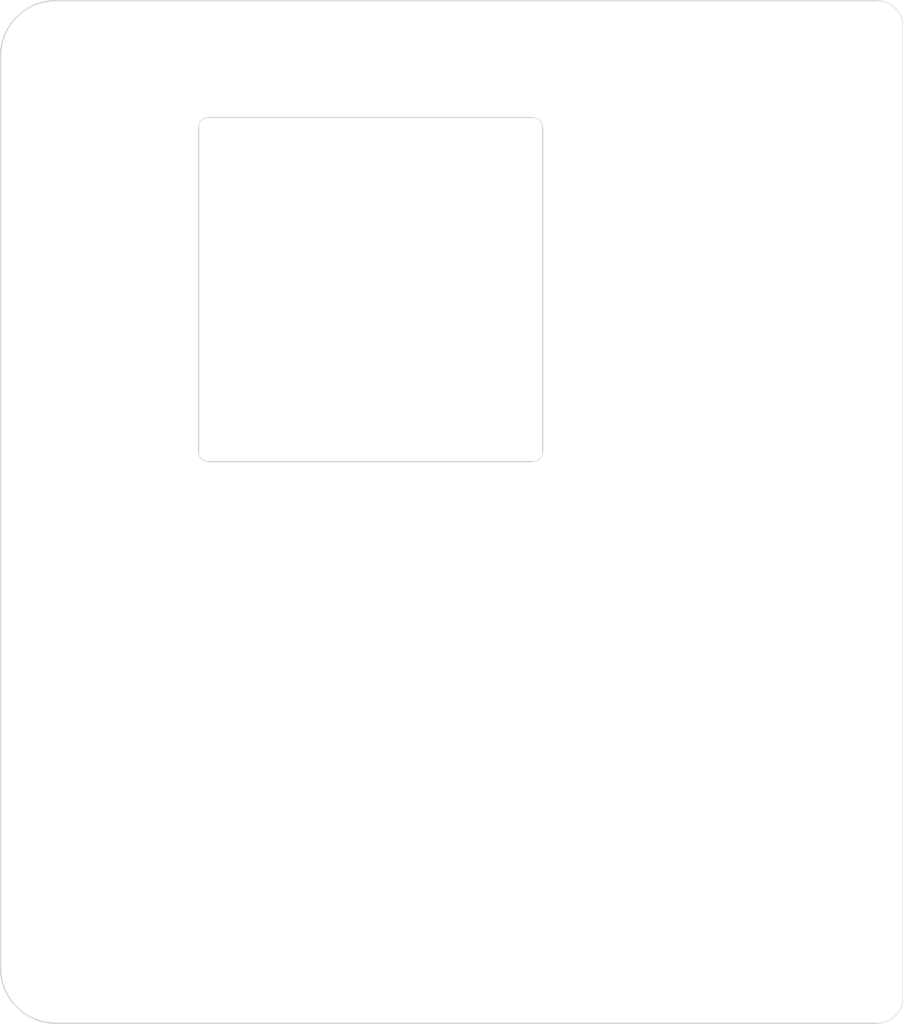
<source format=kicad_pcb>
(kicad_pcb (version 20211014) (generator pcbnew)
  (layers (0 "F.Cu" signal) (31 "B.Cu" signal) (34 "B.Paste" user) (35 "F.Paste" user) (36 "B.SilkS" user "B.Silkscreen") (37 "F.SilkS" user "F.Silkscreen") (38 "B.Mask" user) (39 "F.Mask" user) (44 "Edge.Cuts" user))
  (net 0 "")
  (footprint "MountingHole:MountingHole_3.2mm_M3" (layer "F.Cu") (at 101.981 103.505)
    (fp_text reference "H1" hide)
    (fp_text value "MountingHole" hide)
    (pad "" np_thru_hole circle (at 0 0) (size 9.2 9.2) (drill 9.2) (layers F&B.Cu *.Mask))
  )
  (footprint "MountingHole:MountingHole_3.2mm_M3" (layer "F.Cu") (at 117.983 103.505)
    (fp_text reference "H1" hide)
    (fp_text value "MountingHole" hide)
    (pad "" np_thru_hole circle (at 0 0) (size 9.2 9.2) (drill 9.2) (layers F&B.Cu *.Mask))
  )
  (footprint "MountingHole:MountingHole_3.2mm_M3" (layer "F.Cu") (at 109.601 122.301)
    (fp_text reference "H1" hide)
    (fp_text value "MountingHole" hide)
    (pad "" np_thru_hole circle (at 0 0) (size 9.2 9.2) (drill 9.2) (layers F&B.Cu *.Mask))
  )
  (footprint "MountingHole:MountingHole_3.2mm_M3" (layer "F.Cu") (at 125.603 122.301)
    (fp_text reference "H1" hide)
    (fp_text value "MountingHole" hide)
    (pad "" np_thru_hole circle (at 0 0) (size 9.2 9.2) (drill 9.2) (layers F&B.Cu *.Mask))
  )
  (footprint "MountingHole:MountingHole_3.2mm_M3" (layer "F.Cu") (at 69.977 103.505)
    (fp_text reference "H1" hide)
    (fp_text value "MountingHole" hide)
    (pad "" np_thru_hole circle (at 0 0) (size 9.2 9.2) (drill 9.2) (layers F&B.Cu *.Mask))
  )
  (footprint "MountingHole:MountingHole_3.2mm_M3" (layer "F.Cu") (at 85.979 103.505)
    (fp_text reference "H1" hide)
    (fp_text value "MountingHole" hide)
    (pad "" np_thru_hole circle (at 0 0) (size 9.2 9.2) (drill 9.2) (layers F&B.Cu *.Mask))
  )
  (footprint "MountingHole:MountingHole_3.2mm_M3" (layer "F.Cu") (at 77.597 122.301)
    (fp_text reference "H1" hide)
    (fp_text value "MountingHole" hide)
    (pad "" np_thru_hole circle (at 0 0) (size 9.2 9.2) (drill 9.2) (layers F&B.Cu *.Mask))
  )
  (footprint "MountingHole:MountingHole_3.2mm_M3" (layer "F.Cu") (at 118.877287 75.184)
    (fp_text reference "H1" hide)
    (fp_text value "MountingHole" hide)
    (pad "" np_thru_hole circle (at 0 0) (size 7.2 7.2) (drill 7.2) (layers F&B.Cu *.Mask))
  )
  (footprint "MountingHole:MountingHole_3.2mm_M3" (layer "F.Cu") (at 65.283287 58.166)
    (fp_text reference "H1" hide)
    (fp_text value "MountingHole" hide)
    (pad "" np_thru_hole circle (at 0 0) (size 3.2 3.2) (drill 3.2) (layers F&B.Cu *.Mask))
  )
  (footprint "MountingHole:MountingHole_3.2mm_M3" (layer "F.Cu") (at 65.283287 129.54)
    (fp_text reference "H2" hide)
    (fp_text value "MountingHole" hide)
    (pad "" np_thru_hole circle (at 0 0) (size 3.2 3.2) (drill 3.2) (layers *.Cu *.Mask))
  )
  (footprint "MountingHole:MountingHole_3.2mm_M3" (layer "F.Cu") (at 93.599 122.301)
    (fp_text reference "H1" hide)
    (fp_text value "MountingHole" hide)
    (pad "" np_thru_hole circle (at 0 0) (size 9.2 9.2) (drill 9.2) (layers F&B.Cu *.Mask))
  )
  (gr_line (start 60.965287 129.534713) (end 60.965287 58.171287) (layer "Edge.Cuts") (width 0.1))
  (gr_arc (start 76.454 63.754) (mid 76.677185 63.215185) (end 77.216 62.992) (layer "Edge.Cuts") (width 0.05))
  (gr_arc (start 65.283287 133.852713) (mid 62.23 132.588) (end 60.965287 129.534713) (layer "Edge.Cuts") (width 0.1))
  (gr_line (start 65.283287 53.848) (end 129.54 53.848) (layer "Edge.Cuts") (width 0.1))
  (gr_arc (start 77.216 89.916) (mid 76.677185 89.692815) (end 76.454 89.154) (layer "Edge.Cuts") (width 0.05))
  (gr_line (start 102.616 89.916) (end 77.216 89.916) (layer "Edge.Cuts") (width 0.1))
  (gr_line (start 131.572 131.826) (end 131.572 55.88) (layer "Edge.Cuts") (width 0.05))
  (gr_arc (start 102.616 62.992) (mid 103.154815 63.215185) (end 103.378 63.754) (layer "Edge.Cuts") (width 0.05))
  (gr_arc (start 103.378 89.154) (mid 103.154815 89.692815) (end 102.616 89.916) (layer "Edge.Cuts") (width 0.05))
  (gr_arc (start 60.965287 58.171287) (mid 62.23 55.118) (end 65.283287 53.853287) (layer "Edge.Cuts") (width 0.1))
  (gr_line (start 103.378 63.754) (end 103.378 89.154) (layer "Edge.Cuts") (width 0.1))
  (gr_line (start 77.216 62.992) (end 102.616 62.992) (layer "Edge.Cuts") (width 0.1))
  (gr_line (start 76.454 89.154) (end 76.454 63.754) (layer "Edge.Cuts") (width 0.1))
  (gr_line (start 129.54 133.858) (end 65.285931 133.860644) (layer "Edge.Cuts") (width 0.1))
  (gr_arc (start 131.572 131.826) (mid 130.976841 133.262841) (end 129.54 133.858) (layer "Edge.Cuts") (width 0.05))
  (gr_arc (start 129.54 53.848) (mid 130.976841 54.443159) (end 131.572 55.88) (layer "Edge.Cuts") (width 0.05))
)
</source>
